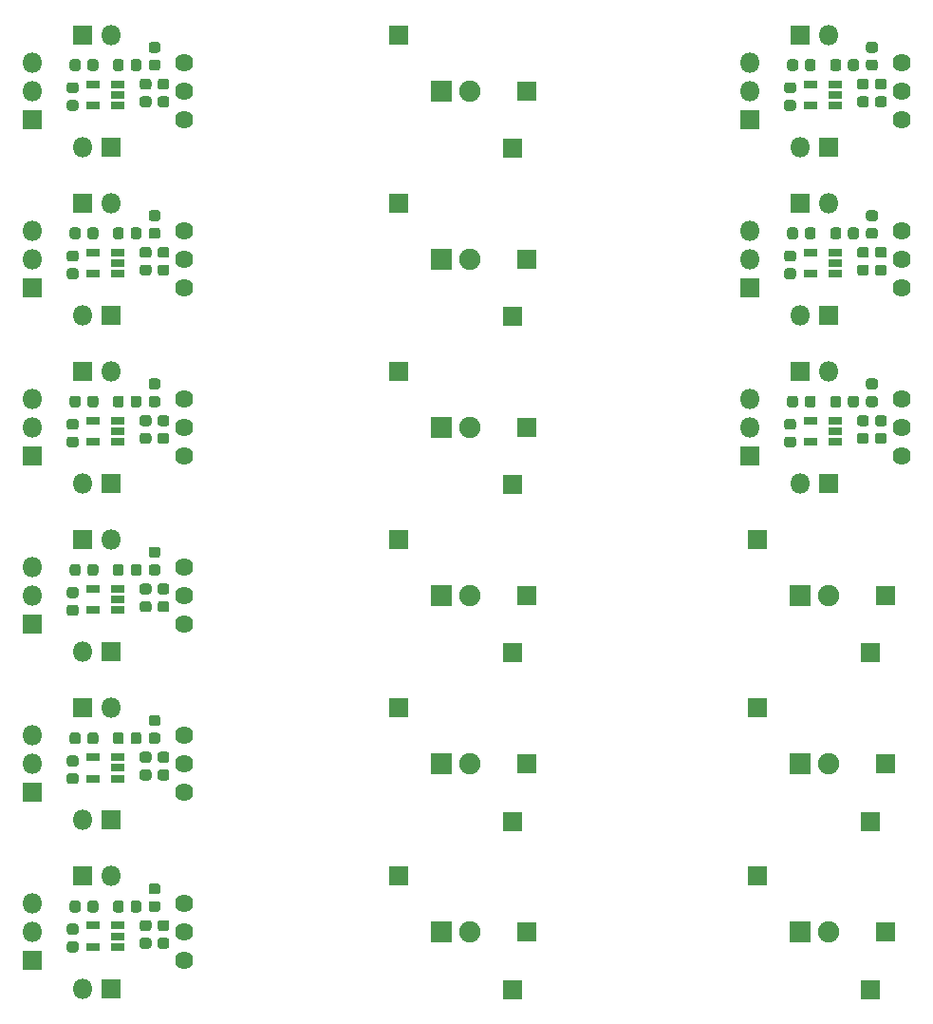
<source format=gbr>
%TF.GenerationSoftware,KiCad,Pcbnew,5.1.6-c6e7f7d~86~ubuntu18.04.1*%
%TF.CreationDate,2020-06-23T16:20:56-03:00*%
%TF.ProjectId,irStrip,69725374-7269-4702-9e6b-696361645f70,Rev. 1*%
%TF.SameCoordinates,Original*%
%TF.FileFunction,Soldermask,Bot*%
%TF.FilePolarity,Negative*%
%FSLAX46Y46*%
G04 Gerber Fmt 4.6, Leading zero omitted, Abs format (unit mm)*
G04 Created by KiCad (PCBNEW 5.1.6-c6e7f7d~86~ubuntu18.04.1) date 2020-06-23 16:20:56*
%MOMM*%
%LPD*%
G01*
G04 APERTURE LIST*
%ADD10R,1.900000X1.900000*%
%ADD11C,1.900000*%
%ADD12R,1.800000X1.800000*%
%ADD13O,1.800000X1.800000*%
%ADD14R,1.160000X0.750000*%
%ADD15C,1.624000*%
G04 APERTURE END LIST*
D10*
%TO.C,D1*%
X177327300Y-139400000D03*
D11*
X179867300Y-139400000D03*
%TD*%
D12*
%TO.C,J2*%
X173567300Y-134400000D03*
%TD*%
%TO.C,J5*%
X184967300Y-139400000D03*
%TD*%
%TO.C,J3*%
X183667300Y-144500000D03*
%TD*%
D10*
%TO.C,D1*%
X177327300Y-124400000D03*
D11*
X179867300Y-124400000D03*
%TD*%
D12*
%TO.C,J2*%
X173567300Y-119400000D03*
%TD*%
%TO.C,J5*%
X184967300Y-124400000D03*
%TD*%
%TO.C,J3*%
X183667300Y-129500000D03*
%TD*%
D10*
%TO.C,D1*%
X177327300Y-109400000D03*
D11*
X179867300Y-109400000D03*
%TD*%
D12*
%TO.C,J2*%
X173567300Y-104400000D03*
%TD*%
%TO.C,J5*%
X184967300Y-109400000D03*
%TD*%
%TO.C,J3*%
X183667300Y-114500000D03*
%TD*%
%TO.C,J4*%
X177327300Y-89400000D03*
D13*
X179867300Y-89400000D03*
%TD*%
%TO.C,C2*%
G36*
G01*
X184848550Y-94287500D02*
X184286050Y-94287500D01*
G75*
G02*
X184042300Y-94043750I0J243750D01*
G01*
X184042300Y-93556250D01*
G75*
G02*
X184286050Y-93312500I243750J0D01*
G01*
X184848550Y-93312500D01*
G75*
G02*
X185092300Y-93556250I0J-243750D01*
G01*
X185092300Y-94043750D01*
G75*
G02*
X184848550Y-94287500I-243750J0D01*
G01*
G37*
G36*
G01*
X184848550Y-95862500D02*
X184286050Y-95862500D01*
G75*
G02*
X184042300Y-95618750I0J243750D01*
G01*
X184042300Y-95131250D01*
G75*
G02*
X184286050Y-94887500I243750J0D01*
G01*
X184848550Y-94887500D01*
G75*
G02*
X185092300Y-95131250I0J-243750D01*
G01*
X185092300Y-95618750D01*
G75*
G02*
X184848550Y-95862500I-243750J0D01*
G01*
G37*
%TD*%
%TO.C,R1*%
G36*
G01*
X183486050Y-90037500D02*
X184048550Y-90037500D01*
G75*
G02*
X184292300Y-90281250I0J-243750D01*
G01*
X184292300Y-90768750D01*
G75*
G02*
X184048550Y-91012500I-243750J0D01*
G01*
X183486050Y-91012500D01*
G75*
G02*
X183242300Y-90768750I0J243750D01*
G01*
X183242300Y-90281250D01*
G75*
G02*
X183486050Y-90037500I243750J0D01*
G01*
G37*
G36*
G01*
X183486050Y-91612500D02*
X184048550Y-91612500D01*
G75*
G02*
X184292300Y-91856250I0J-243750D01*
G01*
X184292300Y-92343750D01*
G75*
G02*
X184048550Y-92587500I-243750J0D01*
G01*
X183486050Y-92587500D01*
G75*
G02*
X183242300Y-92343750I0J243750D01*
G01*
X183242300Y-91856250D01*
G75*
G02*
X183486050Y-91612500I243750J0D01*
G01*
G37*
%TD*%
%TO.C,J1*%
X177327300Y-99400000D03*
D12*
X179867300Y-99400000D03*
%TD*%
%TO.C,R3*%
G36*
G01*
X177179800Y-91818750D02*
X177179800Y-92381250D01*
G75*
G02*
X176936050Y-92625000I-243750J0D01*
G01*
X176448550Y-92625000D01*
G75*
G02*
X176204800Y-92381250I0J243750D01*
G01*
X176204800Y-91818750D01*
G75*
G02*
X176448550Y-91575000I243750J0D01*
G01*
X176936050Y-91575000D01*
G75*
G02*
X177179800Y-91818750I0J-243750D01*
G01*
G37*
G36*
G01*
X178754800Y-91818750D02*
X178754800Y-92381250D01*
G75*
G02*
X178511050Y-92625000I-243750J0D01*
G01*
X178023550Y-92625000D01*
G75*
G02*
X177779800Y-92381250I0J243750D01*
G01*
X177779800Y-91818750D01*
G75*
G02*
X178023550Y-91575000I243750J0D01*
G01*
X178511050Y-91575000D01*
G75*
G02*
X178754800Y-91818750I0J-243750D01*
G01*
G37*
%TD*%
%TO.C,J6*%
X172867300Y-96940000D03*
D13*
X172867300Y-94400000D03*
X172867300Y-91860000D03*
%TD*%
%TO.C,R4*%
G36*
G01*
X176748550Y-96187500D02*
X176186050Y-96187500D01*
G75*
G02*
X175942300Y-95943750I0J243750D01*
G01*
X175942300Y-95456250D01*
G75*
G02*
X176186050Y-95212500I243750J0D01*
G01*
X176748550Y-95212500D01*
G75*
G02*
X176992300Y-95456250I0J-243750D01*
G01*
X176992300Y-95943750D01*
G75*
G02*
X176748550Y-96187500I-243750J0D01*
G01*
G37*
G36*
G01*
X176748550Y-94612500D02*
X176186050Y-94612500D01*
G75*
G02*
X175942300Y-94368750I0J243750D01*
G01*
X175942300Y-93881250D01*
G75*
G02*
X176186050Y-93637500I243750J0D01*
G01*
X176748550Y-93637500D01*
G75*
G02*
X176992300Y-93881250I0J-243750D01*
G01*
X176992300Y-94368750D01*
G75*
G02*
X176748550Y-94612500I-243750J0D01*
G01*
G37*
%TD*%
D14*
%TO.C,U2*%
X180467300Y-93800000D03*
X180467300Y-94750000D03*
X180467300Y-95700000D03*
X178267300Y-95700000D03*
X178267300Y-93800000D03*
%TD*%
%TO.C,C1*%
G36*
G01*
X180054800Y-92381250D02*
X180054800Y-91818750D01*
G75*
G02*
X180298550Y-91575000I243750J0D01*
G01*
X180786050Y-91575000D01*
G75*
G02*
X181029800Y-91818750I0J-243750D01*
G01*
X181029800Y-92381250D01*
G75*
G02*
X180786050Y-92625000I-243750J0D01*
G01*
X180298550Y-92625000D01*
G75*
G02*
X180054800Y-92381250I0J243750D01*
G01*
G37*
G36*
G01*
X181629800Y-92381250D02*
X181629800Y-91818750D01*
G75*
G02*
X181873550Y-91575000I243750J0D01*
G01*
X182361050Y-91575000D01*
G75*
G02*
X182604800Y-91818750I0J-243750D01*
G01*
X182604800Y-92381250D01*
G75*
G02*
X182361050Y-92625000I-243750J0D01*
G01*
X181873550Y-92625000D01*
G75*
G02*
X181629800Y-92381250I0J243750D01*
G01*
G37*
%TD*%
D15*
%TO.C,U1*%
X186400000Y-94400000D03*
X186400000Y-91860000D03*
X186400000Y-96940000D03*
%TD*%
%TO.C,C3*%
G36*
G01*
X183248550Y-95862500D02*
X182686050Y-95862500D01*
G75*
G02*
X182442300Y-95618750I0J243750D01*
G01*
X182442300Y-95131250D01*
G75*
G02*
X182686050Y-94887500I243750J0D01*
G01*
X183248550Y-94887500D01*
G75*
G02*
X183492300Y-95131250I0J-243750D01*
G01*
X183492300Y-95618750D01*
G75*
G02*
X183248550Y-95862500I-243750J0D01*
G01*
G37*
G36*
G01*
X183248550Y-94287500D02*
X182686050Y-94287500D01*
G75*
G02*
X182442300Y-94043750I0J243750D01*
G01*
X182442300Y-93556250D01*
G75*
G02*
X182686050Y-93312500I243750J0D01*
G01*
X183248550Y-93312500D01*
G75*
G02*
X183492300Y-93556250I0J-243750D01*
G01*
X183492300Y-94043750D01*
G75*
G02*
X183248550Y-94287500I-243750J0D01*
G01*
G37*
%TD*%
D12*
%TO.C,J4*%
X177327300Y-74400000D03*
D13*
X179867300Y-74400000D03*
%TD*%
%TO.C,C2*%
G36*
G01*
X184848550Y-79287500D02*
X184286050Y-79287500D01*
G75*
G02*
X184042300Y-79043750I0J243750D01*
G01*
X184042300Y-78556250D01*
G75*
G02*
X184286050Y-78312500I243750J0D01*
G01*
X184848550Y-78312500D01*
G75*
G02*
X185092300Y-78556250I0J-243750D01*
G01*
X185092300Y-79043750D01*
G75*
G02*
X184848550Y-79287500I-243750J0D01*
G01*
G37*
G36*
G01*
X184848550Y-80862500D02*
X184286050Y-80862500D01*
G75*
G02*
X184042300Y-80618750I0J243750D01*
G01*
X184042300Y-80131250D01*
G75*
G02*
X184286050Y-79887500I243750J0D01*
G01*
X184848550Y-79887500D01*
G75*
G02*
X185092300Y-80131250I0J-243750D01*
G01*
X185092300Y-80618750D01*
G75*
G02*
X184848550Y-80862500I-243750J0D01*
G01*
G37*
%TD*%
%TO.C,R1*%
G36*
G01*
X183486050Y-75037500D02*
X184048550Y-75037500D01*
G75*
G02*
X184292300Y-75281250I0J-243750D01*
G01*
X184292300Y-75768750D01*
G75*
G02*
X184048550Y-76012500I-243750J0D01*
G01*
X183486050Y-76012500D01*
G75*
G02*
X183242300Y-75768750I0J243750D01*
G01*
X183242300Y-75281250D01*
G75*
G02*
X183486050Y-75037500I243750J0D01*
G01*
G37*
G36*
G01*
X183486050Y-76612500D02*
X184048550Y-76612500D01*
G75*
G02*
X184292300Y-76856250I0J-243750D01*
G01*
X184292300Y-77343750D01*
G75*
G02*
X184048550Y-77587500I-243750J0D01*
G01*
X183486050Y-77587500D01*
G75*
G02*
X183242300Y-77343750I0J243750D01*
G01*
X183242300Y-76856250D01*
G75*
G02*
X183486050Y-76612500I243750J0D01*
G01*
G37*
%TD*%
%TO.C,J1*%
X177327300Y-84400000D03*
D12*
X179867300Y-84400000D03*
%TD*%
%TO.C,R3*%
G36*
G01*
X177179800Y-76818750D02*
X177179800Y-77381250D01*
G75*
G02*
X176936050Y-77625000I-243750J0D01*
G01*
X176448550Y-77625000D01*
G75*
G02*
X176204800Y-77381250I0J243750D01*
G01*
X176204800Y-76818750D01*
G75*
G02*
X176448550Y-76575000I243750J0D01*
G01*
X176936050Y-76575000D01*
G75*
G02*
X177179800Y-76818750I0J-243750D01*
G01*
G37*
G36*
G01*
X178754800Y-76818750D02*
X178754800Y-77381250D01*
G75*
G02*
X178511050Y-77625000I-243750J0D01*
G01*
X178023550Y-77625000D01*
G75*
G02*
X177779800Y-77381250I0J243750D01*
G01*
X177779800Y-76818750D01*
G75*
G02*
X178023550Y-76575000I243750J0D01*
G01*
X178511050Y-76575000D01*
G75*
G02*
X178754800Y-76818750I0J-243750D01*
G01*
G37*
%TD*%
%TO.C,J6*%
X172867300Y-81940000D03*
D13*
X172867300Y-79400000D03*
X172867300Y-76860000D03*
%TD*%
%TO.C,R4*%
G36*
G01*
X176748550Y-81187500D02*
X176186050Y-81187500D01*
G75*
G02*
X175942300Y-80943750I0J243750D01*
G01*
X175942300Y-80456250D01*
G75*
G02*
X176186050Y-80212500I243750J0D01*
G01*
X176748550Y-80212500D01*
G75*
G02*
X176992300Y-80456250I0J-243750D01*
G01*
X176992300Y-80943750D01*
G75*
G02*
X176748550Y-81187500I-243750J0D01*
G01*
G37*
G36*
G01*
X176748550Y-79612500D02*
X176186050Y-79612500D01*
G75*
G02*
X175942300Y-79368750I0J243750D01*
G01*
X175942300Y-78881250D01*
G75*
G02*
X176186050Y-78637500I243750J0D01*
G01*
X176748550Y-78637500D01*
G75*
G02*
X176992300Y-78881250I0J-243750D01*
G01*
X176992300Y-79368750D01*
G75*
G02*
X176748550Y-79612500I-243750J0D01*
G01*
G37*
%TD*%
D14*
%TO.C,U2*%
X180467300Y-78800000D03*
X180467300Y-79750000D03*
X180467300Y-80700000D03*
X178267300Y-80700000D03*
X178267300Y-78800000D03*
%TD*%
%TO.C,C1*%
G36*
G01*
X180054800Y-77381250D02*
X180054800Y-76818750D01*
G75*
G02*
X180298550Y-76575000I243750J0D01*
G01*
X180786050Y-76575000D01*
G75*
G02*
X181029800Y-76818750I0J-243750D01*
G01*
X181029800Y-77381250D01*
G75*
G02*
X180786050Y-77625000I-243750J0D01*
G01*
X180298550Y-77625000D01*
G75*
G02*
X180054800Y-77381250I0J243750D01*
G01*
G37*
G36*
G01*
X181629800Y-77381250D02*
X181629800Y-76818750D01*
G75*
G02*
X181873550Y-76575000I243750J0D01*
G01*
X182361050Y-76575000D01*
G75*
G02*
X182604800Y-76818750I0J-243750D01*
G01*
X182604800Y-77381250D01*
G75*
G02*
X182361050Y-77625000I-243750J0D01*
G01*
X181873550Y-77625000D01*
G75*
G02*
X181629800Y-77381250I0J243750D01*
G01*
G37*
%TD*%
D15*
%TO.C,U1*%
X186400000Y-79400000D03*
X186400000Y-76860000D03*
X186400000Y-81940000D03*
%TD*%
%TO.C,C3*%
G36*
G01*
X183248550Y-80862500D02*
X182686050Y-80862500D01*
G75*
G02*
X182442300Y-80618750I0J243750D01*
G01*
X182442300Y-80131250D01*
G75*
G02*
X182686050Y-79887500I243750J0D01*
G01*
X183248550Y-79887500D01*
G75*
G02*
X183492300Y-80131250I0J-243750D01*
G01*
X183492300Y-80618750D01*
G75*
G02*
X183248550Y-80862500I-243750J0D01*
G01*
G37*
G36*
G01*
X183248550Y-79287500D02*
X182686050Y-79287500D01*
G75*
G02*
X182442300Y-79043750I0J243750D01*
G01*
X182442300Y-78556250D01*
G75*
G02*
X182686050Y-78312500I243750J0D01*
G01*
X183248550Y-78312500D01*
G75*
G02*
X183492300Y-78556250I0J-243750D01*
G01*
X183492300Y-79043750D01*
G75*
G02*
X183248550Y-79287500I-243750J0D01*
G01*
G37*
%TD*%
D12*
%TO.C,J4*%
X177327300Y-59400000D03*
D13*
X179867300Y-59400000D03*
%TD*%
%TO.C,C2*%
G36*
G01*
X184848550Y-64287500D02*
X184286050Y-64287500D01*
G75*
G02*
X184042300Y-64043750I0J243750D01*
G01*
X184042300Y-63556250D01*
G75*
G02*
X184286050Y-63312500I243750J0D01*
G01*
X184848550Y-63312500D01*
G75*
G02*
X185092300Y-63556250I0J-243750D01*
G01*
X185092300Y-64043750D01*
G75*
G02*
X184848550Y-64287500I-243750J0D01*
G01*
G37*
G36*
G01*
X184848550Y-65862500D02*
X184286050Y-65862500D01*
G75*
G02*
X184042300Y-65618750I0J243750D01*
G01*
X184042300Y-65131250D01*
G75*
G02*
X184286050Y-64887500I243750J0D01*
G01*
X184848550Y-64887500D01*
G75*
G02*
X185092300Y-65131250I0J-243750D01*
G01*
X185092300Y-65618750D01*
G75*
G02*
X184848550Y-65862500I-243750J0D01*
G01*
G37*
%TD*%
%TO.C,R1*%
G36*
G01*
X183486050Y-60037500D02*
X184048550Y-60037500D01*
G75*
G02*
X184292300Y-60281250I0J-243750D01*
G01*
X184292300Y-60768750D01*
G75*
G02*
X184048550Y-61012500I-243750J0D01*
G01*
X183486050Y-61012500D01*
G75*
G02*
X183242300Y-60768750I0J243750D01*
G01*
X183242300Y-60281250D01*
G75*
G02*
X183486050Y-60037500I243750J0D01*
G01*
G37*
G36*
G01*
X183486050Y-61612500D02*
X184048550Y-61612500D01*
G75*
G02*
X184292300Y-61856250I0J-243750D01*
G01*
X184292300Y-62343750D01*
G75*
G02*
X184048550Y-62587500I-243750J0D01*
G01*
X183486050Y-62587500D01*
G75*
G02*
X183242300Y-62343750I0J243750D01*
G01*
X183242300Y-61856250D01*
G75*
G02*
X183486050Y-61612500I243750J0D01*
G01*
G37*
%TD*%
%TO.C,J1*%
X177327300Y-69400000D03*
D12*
X179867300Y-69400000D03*
%TD*%
%TO.C,R3*%
G36*
G01*
X177179800Y-61818750D02*
X177179800Y-62381250D01*
G75*
G02*
X176936050Y-62625000I-243750J0D01*
G01*
X176448550Y-62625000D01*
G75*
G02*
X176204800Y-62381250I0J243750D01*
G01*
X176204800Y-61818750D01*
G75*
G02*
X176448550Y-61575000I243750J0D01*
G01*
X176936050Y-61575000D01*
G75*
G02*
X177179800Y-61818750I0J-243750D01*
G01*
G37*
G36*
G01*
X178754800Y-61818750D02*
X178754800Y-62381250D01*
G75*
G02*
X178511050Y-62625000I-243750J0D01*
G01*
X178023550Y-62625000D01*
G75*
G02*
X177779800Y-62381250I0J243750D01*
G01*
X177779800Y-61818750D01*
G75*
G02*
X178023550Y-61575000I243750J0D01*
G01*
X178511050Y-61575000D01*
G75*
G02*
X178754800Y-61818750I0J-243750D01*
G01*
G37*
%TD*%
%TO.C,J6*%
X172867300Y-66940000D03*
D13*
X172867300Y-64400000D03*
X172867300Y-61860000D03*
%TD*%
%TO.C,R4*%
G36*
G01*
X176748550Y-66187500D02*
X176186050Y-66187500D01*
G75*
G02*
X175942300Y-65943750I0J243750D01*
G01*
X175942300Y-65456250D01*
G75*
G02*
X176186050Y-65212500I243750J0D01*
G01*
X176748550Y-65212500D01*
G75*
G02*
X176992300Y-65456250I0J-243750D01*
G01*
X176992300Y-65943750D01*
G75*
G02*
X176748550Y-66187500I-243750J0D01*
G01*
G37*
G36*
G01*
X176748550Y-64612500D02*
X176186050Y-64612500D01*
G75*
G02*
X175942300Y-64368750I0J243750D01*
G01*
X175942300Y-63881250D01*
G75*
G02*
X176186050Y-63637500I243750J0D01*
G01*
X176748550Y-63637500D01*
G75*
G02*
X176992300Y-63881250I0J-243750D01*
G01*
X176992300Y-64368750D01*
G75*
G02*
X176748550Y-64612500I-243750J0D01*
G01*
G37*
%TD*%
D14*
%TO.C,U2*%
X180467300Y-63800000D03*
X180467300Y-64750000D03*
X180467300Y-65700000D03*
X178267300Y-65700000D03*
X178267300Y-63800000D03*
%TD*%
%TO.C,C1*%
G36*
G01*
X180054800Y-62381250D02*
X180054800Y-61818750D01*
G75*
G02*
X180298550Y-61575000I243750J0D01*
G01*
X180786050Y-61575000D01*
G75*
G02*
X181029800Y-61818750I0J-243750D01*
G01*
X181029800Y-62381250D01*
G75*
G02*
X180786050Y-62625000I-243750J0D01*
G01*
X180298550Y-62625000D01*
G75*
G02*
X180054800Y-62381250I0J243750D01*
G01*
G37*
G36*
G01*
X181629800Y-62381250D02*
X181629800Y-61818750D01*
G75*
G02*
X181873550Y-61575000I243750J0D01*
G01*
X182361050Y-61575000D01*
G75*
G02*
X182604800Y-61818750I0J-243750D01*
G01*
X182604800Y-62381250D01*
G75*
G02*
X182361050Y-62625000I-243750J0D01*
G01*
X181873550Y-62625000D01*
G75*
G02*
X181629800Y-62381250I0J243750D01*
G01*
G37*
%TD*%
D15*
%TO.C,U1*%
X186400000Y-64400000D03*
X186400000Y-61860000D03*
X186400000Y-66940000D03*
%TD*%
%TO.C,C3*%
G36*
G01*
X183248550Y-65862500D02*
X182686050Y-65862500D01*
G75*
G02*
X182442300Y-65618750I0J243750D01*
G01*
X182442300Y-65131250D01*
G75*
G02*
X182686050Y-64887500I243750J0D01*
G01*
X183248550Y-64887500D01*
G75*
G02*
X183492300Y-65131250I0J-243750D01*
G01*
X183492300Y-65618750D01*
G75*
G02*
X183248550Y-65862500I-243750J0D01*
G01*
G37*
G36*
G01*
X183248550Y-64287500D02*
X182686050Y-64287500D01*
G75*
G02*
X182442300Y-64043750I0J243750D01*
G01*
X182442300Y-63556250D01*
G75*
G02*
X182686050Y-63312500I243750J0D01*
G01*
X183248550Y-63312500D01*
G75*
G02*
X183492300Y-63556250I0J-243750D01*
G01*
X183492300Y-64043750D01*
G75*
G02*
X183248550Y-64287500I-243750J0D01*
G01*
G37*
%TD*%
%TO.C,R3*%
G36*
G01*
X114757500Y-136818750D02*
X114757500Y-137381250D01*
G75*
G02*
X114513750Y-137625000I-243750J0D01*
G01*
X114026250Y-137625000D01*
G75*
G02*
X113782500Y-137381250I0J243750D01*
G01*
X113782500Y-136818750D01*
G75*
G02*
X114026250Y-136575000I243750J0D01*
G01*
X114513750Y-136575000D01*
G75*
G02*
X114757500Y-136818750I0J-243750D01*
G01*
G37*
G36*
G01*
X113182500Y-136818750D02*
X113182500Y-137381250D01*
G75*
G02*
X112938750Y-137625000I-243750J0D01*
G01*
X112451250Y-137625000D01*
G75*
G02*
X112207500Y-137381250I0J243750D01*
G01*
X112207500Y-136818750D01*
G75*
G02*
X112451250Y-136575000I243750J0D01*
G01*
X112938750Y-136575000D01*
G75*
G02*
X113182500Y-136818750I0J-243750D01*
G01*
G37*
%TD*%
D11*
%TO.C,D1*%
X147870000Y-139400000D03*
D10*
X145330000Y-139400000D03*
%TD*%
%TO.C,R1*%
G36*
G01*
X119488750Y-136612500D02*
X120051250Y-136612500D01*
G75*
G02*
X120295000Y-136856250I0J-243750D01*
G01*
X120295000Y-137343750D01*
G75*
G02*
X120051250Y-137587500I-243750J0D01*
G01*
X119488750Y-137587500D01*
G75*
G02*
X119245000Y-137343750I0J243750D01*
G01*
X119245000Y-136856250D01*
G75*
G02*
X119488750Y-136612500I243750J0D01*
G01*
G37*
G36*
G01*
X119488750Y-135037500D02*
X120051250Y-135037500D01*
G75*
G02*
X120295000Y-135281250I0J-243750D01*
G01*
X120295000Y-135768750D01*
G75*
G02*
X120051250Y-136012500I-243750J0D01*
G01*
X119488750Y-136012500D01*
G75*
G02*
X119245000Y-135768750I0J243750D01*
G01*
X119245000Y-135281250D01*
G75*
G02*
X119488750Y-135037500I243750J0D01*
G01*
G37*
%TD*%
D15*
%TO.C,U1*%
X122402700Y-141940000D03*
X122402700Y-136860000D03*
X122402700Y-139400000D03*
%TD*%
D12*
%TO.C,J2*%
X141570000Y-134400000D03*
%TD*%
D14*
%TO.C,U2*%
X114270000Y-138800000D03*
X114270000Y-140700000D03*
X116470000Y-140700000D03*
X116470000Y-139750000D03*
X116470000Y-138800000D03*
%TD*%
D12*
%TO.C,J5*%
X152970000Y-139400000D03*
%TD*%
%TO.C,J3*%
X151670000Y-144500000D03*
%TD*%
D13*
%TO.C,J6*%
X108870000Y-136860000D03*
X108870000Y-139400000D03*
D12*
X108870000Y-141940000D03*
%TD*%
%TO.C,C1*%
G36*
G01*
X117632500Y-137381250D02*
X117632500Y-136818750D01*
G75*
G02*
X117876250Y-136575000I243750J0D01*
G01*
X118363750Y-136575000D01*
G75*
G02*
X118607500Y-136818750I0J-243750D01*
G01*
X118607500Y-137381250D01*
G75*
G02*
X118363750Y-137625000I-243750J0D01*
G01*
X117876250Y-137625000D01*
G75*
G02*
X117632500Y-137381250I0J243750D01*
G01*
G37*
G36*
G01*
X116057500Y-137381250D02*
X116057500Y-136818750D01*
G75*
G02*
X116301250Y-136575000I243750J0D01*
G01*
X116788750Y-136575000D01*
G75*
G02*
X117032500Y-136818750I0J-243750D01*
G01*
X117032500Y-137381250D01*
G75*
G02*
X116788750Y-137625000I-243750J0D01*
G01*
X116301250Y-137625000D01*
G75*
G02*
X116057500Y-137381250I0J243750D01*
G01*
G37*
%TD*%
%TO.C,C3*%
G36*
G01*
X119251250Y-139287500D02*
X118688750Y-139287500D01*
G75*
G02*
X118445000Y-139043750I0J243750D01*
G01*
X118445000Y-138556250D01*
G75*
G02*
X118688750Y-138312500I243750J0D01*
G01*
X119251250Y-138312500D01*
G75*
G02*
X119495000Y-138556250I0J-243750D01*
G01*
X119495000Y-139043750D01*
G75*
G02*
X119251250Y-139287500I-243750J0D01*
G01*
G37*
G36*
G01*
X119251250Y-140862500D02*
X118688750Y-140862500D01*
G75*
G02*
X118445000Y-140618750I0J243750D01*
G01*
X118445000Y-140131250D01*
G75*
G02*
X118688750Y-139887500I243750J0D01*
G01*
X119251250Y-139887500D01*
G75*
G02*
X119495000Y-140131250I0J-243750D01*
G01*
X119495000Y-140618750D01*
G75*
G02*
X119251250Y-140862500I-243750J0D01*
G01*
G37*
%TD*%
%TO.C,J1*%
X115870000Y-144400000D03*
D13*
X113330000Y-144400000D03*
%TD*%
%TO.C,R4*%
G36*
G01*
X112751250Y-139612500D02*
X112188750Y-139612500D01*
G75*
G02*
X111945000Y-139368750I0J243750D01*
G01*
X111945000Y-138881250D01*
G75*
G02*
X112188750Y-138637500I243750J0D01*
G01*
X112751250Y-138637500D01*
G75*
G02*
X112995000Y-138881250I0J-243750D01*
G01*
X112995000Y-139368750D01*
G75*
G02*
X112751250Y-139612500I-243750J0D01*
G01*
G37*
G36*
G01*
X112751250Y-141187500D02*
X112188750Y-141187500D01*
G75*
G02*
X111945000Y-140943750I0J243750D01*
G01*
X111945000Y-140456250D01*
G75*
G02*
X112188750Y-140212500I243750J0D01*
G01*
X112751250Y-140212500D01*
G75*
G02*
X112995000Y-140456250I0J-243750D01*
G01*
X112995000Y-140943750D01*
G75*
G02*
X112751250Y-141187500I-243750J0D01*
G01*
G37*
%TD*%
%TO.C,C2*%
G36*
G01*
X120851250Y-140862500D02*
X120288750Y-140862500D01*
G75*
G02*
X120045000Y-140618750I0J243750D01*
G01*
X120045000Y-140131250D01*
G75*
G02*
X120288750Y-139887500I243750J0D01*
G01*
X120851250Y-139887500D01*
G75*
G02*
X121095000Y-140131250I0J-243750D01*
G01*
X121095000Y-140618750D01*
G75*
G02*
X120851250Y-140862500I-243750J0D01*
G01*
G37*
G36*
G01*
X120851250Y-139287500D02*
X120288750Y-139287500D01*
G75*
G02*
X120045000Y-139043750I0J243750D01*
G01*
X120045000Y-138556250D01*
G75*
G02*
X120288750Y-138312500I243750J0D01*
G01*
X120851250Y-138312500D01*
G75*
G02*
X121095000Y-138556250I0J-243750D01*
G01*
X121095000Y-139043750D01*
G75*
G02*
X120851250Y-139287500I-243750J0D01*
G01*
G37*
%TD*%
%TO.C,J4*%
X115870000Y-134400000D03*
D12*
X113330000Y-134400000D03*
%TD*%
%TO.C,R3*%
G36*
G01*
X114757500Y-121818750D02*
X114757500Y-122381250D01*
G75*
G02*
X114513750Y-122625000I-243750J0D01*
G01*
X114026250Y-122625000D01*
G75*
G02*
X113782500Y-122381250I0J243750D01*
G01*
X113782500Y-121818750D01*
G75*
G02*
X114026250Y-121575000I243750J0D01*
G01*
X114513750Y-121575000D01*
G75*
G02*
X114757500Y-121818750I0J-243750D01*
G01*
G37*
G36*
G01*
X113182500Y-121818750D02*
X113182500Y-122381250D01*
G75*
G02*
X112938750Y-122625000I-243750J0D01*
G01*
X112451250Y-122625000D01*
G75*
G02*
X112207500Y-122381250I0J243750D01*
G01*
X112207500Y-121818750D01*
G75*
G02*
X112451250Y-121575000I243750J0D01*
G01*
X112938750Y-121575000D01*
G75*
G02*
X113182500Y-121818750I0J-243750D01*
G01*
G37*
%TD*%
D11*
%TO.C,D1*%
X147870000Y-124400000D03*
D10*
X145330000Y-124400000D03*
%TD*%
%TO.C,R1*%
G36*
G01*
X119488750Y-121612500D02*
X120051250Y-121612500D01*
G75*
G02*
X120295000Y-121856250I0J-243750D01*
G01*
X120295000Y-122343750D01*
G75*
G02*
X120051250Y-122587500I-243750J0D01*
G01*
X119488750Y-122587500D01*
G75*
G02*
X119245000Y-122343750I0J243750D01*
G01*
X119245000Y-121856250D01*
G75*
G02*
X119488750Y-121612500I243750J0D01*
G01*
G37*
G36*
G01*
X119488750Y-120037500D02*
X120051250Y-120037500D01*
G75*
G02*
X120295000Y-120281250I0J-243750D01*
G01*
X120295000Y-120768750D01*
G75*
G02*
X120051250Y-121012500I-243750J0D01*
G01*
X119488750Y-121012500D01*
G75*
G02*
X119245000Y-120768750I0J243750D01*
G01*
X119245000Y-120281250D01*
G75*
G02*
X119488750Y-120037500I243750J0D01*
G01*
G37*
%TD*%
D15*
%TO.C,U1*%
X122402700Y-126940000D03*
X122402700Y-121860000D03*
X122402700Y-124400000D03*
%TD*%
D12*
%TO.C,J2*%
X141570000Y-119400000D03*
%TD*%
D14*
%TO.C,U2*%
X114270000Y-123800000D03*
X114270000Y-125700000D03*
X116470000Y-125700000D03*
X116470000Y-124750000D03*
X116470000Y-123800000D03*
%TD*%
D12*
%TO.C,J5*%
X152970000Y-124400000D03*
%TD*%
%TO.C,J3*%
X151670000Y-129500000D03*
%TD*%
D13*
%TO.C,J6*%
X108870000Y-121860000D03*
X108870000Y-124400000D03*
D12*
X108870000Y-126940000D03*
%TD*%
%TO.C,C1*%
G36*
G01*
X117632500Y-122381250D02*
X117632500Y-121818750D01*
G75*
G02*
X117876250Y-121575000I243750J0D01*
G01*
X118363750Y-121575000D01*
G75*
G02*
X118607500Y-121818750I0J-243750D01*
G01*
X118607500Y-122381250D01*
G75*
G02*
X118363750Y-122625000I-243750J0D01*
G01*
X117876250Y-122625000D01*
G75*
G02*
X117632500Y-122381250I0J243750D01*
G01*
G37*
G36*
G01*
X116057500Y-122381250D02*
X116057500Y-121818750D01*
G75*
G02*
X116301250Y-121575000I243750J0D01*
G01*
X116788750Y-121575000D01*
G75*
G02*
X117032500Y-121818750I0J-243750D01*
G01*
X117032500Y-122381250D01*
G75*
G02*
X116788750Y-122625000I-243750J0D01*
G01*
X116301250Y-122625000D01*
G75*
G02*
X116057500Y-122381250I0J243750D01*
G01*
G37*
%TD*%
%TO.C,C3*%
G36*
G01*
X119251250Y-124287500D02*
X118688750Y-124287500D01*
G75*
G02*
X118445000Y-124043750I0J243750D01*
G01*
X118445000Y-123556250D01*
G75*
G02*
X118688750Y-123312500I243750J0D01*
G01*
X119251250Y-123312500D01*
G75*
G02*
X119495000Y-123556250I0J-243750D01*
G01*
X119495000Y-124043750D01*
G75*
G02*
X119251250Y-124287500I-243750J0D01*
G01*
G37*
G36*
G01*
X119251250Y-125862500D02*
X118688750Y-125862500D01*
G75*
G02*
X118445000Y-125618750I0J243750D01*
G01*
X118445000Y-125131250D01*
G75*
G02*
X118688750Y-124887500I243750J0D01*
G01*
X119251250Y-124887500D01*
G75*
G02*
X119495000Y-125131250I0J-243750D01*
G01*
X119495000Y-125618750D01*
G75*
G02*
X119251250Y-125862500I-243750J0D01*
G01*
G37*
%TD*%
%TO.C,J1*%
X115870000Y-129400000D03*
D13*
X113330000Y-129400000D03*
%TD*%
%TO.C,R4*%
G36*
G01*
X112751250Y-124612500D02*
X112188750Y-124612500D01*
G75*
G02*
X111945000Y-124368750I0J243750D01*
G01*
X111945000Y-123881250D01*
G75*
G02*
X112188750Y-123637500I243750J0D01*
G01*
X112751250Y-123637500D01*
G75*
G02*
X112995000Y-123881250I0J-243750D01*
G01*
X112995000Y-124368750D01*
G75*
G02*
X112751250Y-124612500I-243750J0D01*
G01*
G37*
G36*
G01*
X112751250Y-126187500D02*
X112188750Y-126187500D01*
G75*
G02*
X111945000Y-125943750I0J243750D01*
G01*
X111945000Y-125456250D01*
G75*
G02*
X112188750Y-125212500I243750J0D01*
G01*
X112751250Y-125212500D01*
G75*
G02*
X112995000Y-125456250I0J-243750D01*
G01*
X112995000Y-125943750D01*
G75*
G02*
X112751250Y-126187500I-243750J0D01*
G01*
G37*
%TD*%
%TO.C,C2*%
G36*
G01*
X120851250Y-125862500D02*
X120288750Y-125862500D01*
G75*
G02*
X120045000Y-125618750I0J243750D01*
G01*
X120045000Y-125131250D01*
G75*
G02*
X120288750Y-124887500I243750J0D01*
G01*
X120851250Y-124887500D01*
G75*
G02*
X121095000Y-125131250I0J-243750D01*
G01*
X121095000Y-125618750D01*
G75*
G02*
X120851250Y-125862500I-243750J0D01*
G01*
G37*
G36*
G01*
X120851250Y-124287500D02*
X120288750Y-124287500D01*
G75*
G02*
X120045000Y-124043750I0J243750D01*
G01*
X120045000Y-123556250D01*
G75*
G02*
X120288750Y-123312500I243750J0D01*
G01*
X120851250Y-123312500D01*
G75*
G02*
X121095000Y-123556250I0J-243750D01*
G01*
X121095000Y-124043750D01*
G75*
G02*
X120851250Y-124287500I-243750J0D01*
G01*
G37*
%TD*%
%TO.C,J4*%
X115870000Y-119400000D03*
D12*
X113330000Y-119400000D03*
%TD*%
%TO.C,R3*%
G36*
G01*
X114757500Y-106818750D02*
X114757500Y-107381250D01*
G75*
G02*
X114513750Y-107625000I-243750J0D01*
G01*
X114026250Y-107625000D01*
G75*
G02*
X113782500Y-107381250I0J243750D01*
G01*
X113782500Y-106818750D01*
G75*
G02*
X114026250Y-106575000I243750J0D01*
G01*
X114513750Y-106575000D01*
G75*
G02*
X114757500Y-106818750I0J-243750D01*
G01*
G37*
G36*
G01*
X113182500Y-106818750D02*
X113182500Y-107381250D01*
G75*
G02*
X112938750Y-107625000I-243750J0D01*
G01*
X112451250Y-107625000D01*
G75*
G02*
X112207500Y-107381250I0J243750D01*
G01*
X112207500Y-106818750D01*
G75*
G02*
X112451250Y-106575000I243750J0D01*
G01*
X112938750Y-106575000D01*
G75*
G02*
X113182500Y-106818750I0J-243750D01*
G01*
G37*
%TD*%
D11*
%TO.C,D1*%
X147870000Y-109400000D03*
D10*
X145330000Y-109400000D03*
%TD*%
%TO.C,R1*%
G36*
G01*
X119488750Y-106612500D02*
X120051250Y-106612500D01*
G75*
G02*
X120295000Y-106856250I0J-243750D01*
G01*
X120295000Y-107343750D01*
G75*
G02*
X120051250Y-107587500I-243750J0D01*
G01*
X119488750Y-107587500D01*
G75*
G02*
X119245000Y-107343750I0J243750D01*
G01*
X119245000Y-106856250D01*
G75*
G02*
X119488750Y-106612500I243750J0D01*
G01*
G37*
G36*
G01*
X119488750Y-105037500D02*
X120051250Y-105037500D01*
G75*
G02*
X120295000Y-105281250I0J-243750D01*
G01*
X120295000Y-105768750D01*
G75*
G02*
X120051250Y-106012500I-243750J0D01*
G01*
X119488750Y-106012500D01*
G75*
G02*
X119245000Y-105768750I0J243750D01*
G01*
X119245000Y-105281250D01*
G75*
G02*
X119488750Y-105037500I243750J0D01*
G01*
G37*
%TD*%
D15*
%TO.C,U1*%
X122402700Y-111940000D03*
X122402700Y-106860000D03*
X122402700Y-109400000D03*
%TD*%
D12*
%TO.C,J2*%
X141570000Y-104400000D03*
%TD*%
D14*
%TO.C,U2*%
X114270000Y-108800000D03*
X114270000Y-110700000D03*
X116470000Y-110700000D03*
X116470000Y-109750000D03*
X116470000Y-108800000D03*
%TD*%
D12*
%TO.C,J5*%
X152970000Y-109400000D03*
%TD*%
%TO.C,J3*%
X151670000Y-114500000D03*
%TD*%
D13*
%TO.C,J6*%
X108870000Y-106860000D03*
X108870000Y-109400000D03*
D12*
X108870000Y-111940000D03*
%TD*%
%TO.C,C1*%
G36*
G01*
X117632500Y-107381250D02*
X117632500Y-106818750D01*
G75*
G02*
X117876250Y-106575000I243750J0D01*
G01*
X118363750Y-106575000D01*
G75*
G02*
X118607500Y-106818750I0J-243750D01*
G01*
X118607500Y-107381250D01*
G75*
G02*
X118363750Y-107625000I-243750J0D01*
G01*
X117876250Y-107625000D01*
G75*
G02*
X117632500Y-107381250I0J243750D01*
G01*
G37*
G36*
G01*
X116057500Y-107381250D02*
X116057500Y-106818750D01*
G75*
G02*
X116301250Y-106575000I243750J0D01*
G01*
X116788750Y-106575000D01*
G75*
G02*
X117032500Y-106818750I0J-243750D01*
G01*
X117032500Y-107381250D01*
G75*
G02*
X116788750Y-107625000I-243750J0D01*
G01*
X116301250Y-107625000D01*
G75*
G02*
X116057500Y-107381250I0J243750D01*
G01*
G37*
%TD*%
%TO.C,C3*%
G36*
G01*
X119251250Y-109287500D02*
X118688750Y-109287500D01*
G75*
G02*
X118445000Y-109043750I0J243750D01*
G01*
X118445000Y-108556250D01*
G75*
G02*
X118688750Y-108312500I243750J0D01*
G01*
X119251250Y-108312500D01*
G75*
G02*
X119495000Y-108556250I0J-243750D01*
G01*
X119495000Y-109043750D01*
G75*
G02*
X119251250Y-109287500I-243750J0D01*
G01*
G37*
G36*
G01*
X119251250Y-110862500D02*
X118688750Y-110862500D01*
G75*
G02*
X118445000Y-110618750I0J243750D01*
G01*
X118445000Y-110131250D01*
G75*
G02*
X118688750Y-109887500I243750J0D01*
G01*
X119251250Y-109887500D01*
G75*
G02*
X119495000Y-110131250I0J-243750D01*
G01*
X119495000Y-110618750D01*
G75*
G02*
X119251250Y-110862500I-243750J0D01*
G01*
G37*
%TD*%
%TO.C,J1*%
X115870000Y-114400000D03*
D13*
X113330000Y-114400000D03*
%TD*%
%TO.C,R4*%
G36*
G01*
X112751250Y-109612500D02*
X112188750Y-109612500D01*
G75*
G02*
X111945000Y-109368750I0J243750D01*
G01*
X111945000Y-108881250D01*
G75*
G02*
X112188750Y-108637500I243750J0D01*
G01*
X112751250Y-108637500D01*
G75*
G02*
X112995000Y-108881250I0J-243750D01*
G01*
X112995000Y-109368750D01*
G75*
G02*
X112751250Y-109612500I-243750J0D01*
G01*
G37*
G36*
G01*
X112751250Y-111187500D02*
X112188750Y-111187500D01*
G75*
G02*
X111945000Y-110943750I0J243750D01*
G01*
X111945000Y-110456250D01*
G75*
G02*
X112188750Y-110212500I243750J0D01*
G01*
X112751250Y-110212500D01*
G75*
G02*
X112995000Y-110456250I0J-243750D01*
G01*
X112995000Y-110943750D01*
G75*
G02*
X112751250Y-111187500I-243750J0D01*
G01*
G37*
%TD*%
%TO.C,C2*%
G36*
G01*
X120851250Y-110862500D02*
X120288750Y-110862500D01*
G75*
G02*
X120045000Y-110618750I0J243750D01*
G01*
X120045000Y-110131250D01*
G75*
G02*
X120288750Y-109887500I243750J0D01*
G01*
X120851250Y-109887500D01*
G75*
G02*
X121095000Y-110131250I0J-243750D01*
G01*
X121095000Y-110618750D01*
G75*
G02*
X120851250Y-110862500I-243750J0D01*
G01*
G37*
G36*
G01*
X120851250Y-109287500D02*
X120288750Y-109287500D01*
G75*
G02*
X120045000Y-109043750I0J243750D01*
G01*
X120045000Y-108556250D01*
G75*
G02*
X120288750Y-108312500I243750J0D01*
G01*
X120851250Y-108312500D01*
G75*
G02*
X121095000Y-108556250I0J-243750D01*
G01*
X121095000Y-109043750D01*
G75*
G02*
X120851250Y-109287500I-243750J0D01*
G01*
G37*
%TD*%
%TO.C,J4*%
X115870000Y-104400000D03*
D12*
X113330000Y-104400000D03*
%TD*%
%TO.C,R3*%
G36*
G01*
X114757500Y-91818750D02*
X114757500Y-92381250D01*
G75*
G02*
X114513750Y-92625000I-243750J0D01*
G01*
X114026250Y-92625000D01*
G75*
G02*
X113782500Y-92381250I0J243750D01*
G01*
X113782500Y-91818750D01*
G75*
G02*
X114026250Y-91575000I243750J0D01*
G01*
X114513750Y-91575000D01*
G75*
G02*
X114757500Y-91818750I0J-243750D01*
G01*
G37*
G36*
G01*
X113182500Y-91818750D02*
X113182500Y-92381250D01*
G75*
G02*
X112938750Y-92625000I-243750J0D01*
G01*
X112451250Y-92625000D01*
G75*
G02*
X112207500Y-92381250I0J243750D01*
G01*
X112207500Y-91818750D01*
G75*
G02*
X112451250Y-91575000I243750J0D01*
G01*
X112938750Y-91575000D01*
G75*
G02*
X113182500Y-91818750I0J-243750D01*
G01*
G37*
%TD*%
D11*
%TO.C,D1*%
X147870000Y-94400000D03*
D10*
X145330000Y-94400000D03*
%TD*%
%TO.C,R1*%
G36*
G01*
X119488750Y-91612500D02*
X120051250Y-91612500D01*
G75*
G02*
X120295000Y-91856250I0J-243750D01*
G01*
X120295000Y-92343750D01*
G75*
G02*
X120051250Y-92587500I-243750J0D01*
G01*
X119488750Y-92587500D01*
G75*
G02*
X119245000Y-92343750I0J243750D01*
G01*
X119245000Y-91856250D01*
G75*
G02*
X119488750Y-91612500I243750J0D01*
G01*
G37*
G36*
G01*
X119488750Y-90037500D02*
X120051250Y-90037500D01*
G75*
G02*
X120295000Y-90281250I0J-243750D01*
G01*
X120295000Y-90768750D01*
G75*
G02*
X120051250Y-91012500I-243750J0D01*
G01*
X119488750Y-91012500D01*
G75*
G02*
X119245000Y-90768750I0J243750D01*
G01*
X119245000Y-90281250D01*
G75*
G02*
X119488750Y-90037500I243750J0D01*
G01*
G37*
%TD*%
D15*
%TO.C,U1*%
X122402700Y-96940000D03*
X122402700Y-91860000D03*
X122402700Y-94400000D03*
%TD*%
D12*
%TO.C,J2*%
X141570000Y-89400000D03*
%TD*%
D14*
%TO.C,U2*%
X114270000Y-93800000D03*
X114270000Y-95700000D03*
X116470000Y-95700000D03*
X116470000Y-94750000D03*
X116470000Y-93800000D03*
%TD*%
D12*
%TO.C,J5*%
X152970000Y-94400000D03*
%TD*%
%TO.C,J3*%
X151670000Y-99500000D03*
%TD*%
D13*
%TO.C,J6*%
X108870000Y-91860000D03*
X108870000Y-94400000D03*
D12*
X108870000Y-96940000D03*
%TD*%
%TO.C,C1*%
G36*
G01*
X117632500Y-92381250D02*
X117632500Y-91818750D01*
G75*
G02*
X117876250Y-91575000I243750J0D01*
G01*
X118363750Y-91575000D01*
G75*
G02*
X118607500Y-91818750I0J-243750D01*
G01*
X118607500Y-92381250D01*
G75*
G02*
X118363750Y-92625000I-243750J0D01*
G01*
X117876250Y-92625000D01*
G75*
G02*
X117632500Y-92381250I0J243750D01*
G01*
G37*
G36*
G01*
X116057500Y-92381250D02*
X116057500Y-91818750D01*
G75*
G02*
X116301250Y-91575000I243750J0D01*
G01*
X116788750Y-91575000D01*
G75*
G02*
X117032500Y-91818750I0J-243750D01*
G01*
X117032500Y-92381250D01*
G75*
G02*
X116788750Y-92625000I-243750J0D01*
G01*
X116301250Y-92625000D01*
G75*
G02*
X116057500Y-92381250I0J243750D01*
G01*
G37*
%TD*%
%TO.C,C3*%
G36*
G01*
X119251250Y-94287500D02*
X118688750Y-94287500D01*
G75*
G02*
X118445000Y-94043750I0J243750D01*
G01*
X118445000Y-93556250D01*
G75*
G02*
X118688750Y-93312500I243750J0D01*
G01*
X119251250Y-93312500D01*
G75*
G02*
X119495000Y-93556250I0J-243750D01*
G01*
X119495000Y-94043750D01*
G75*
G02*
X119251250Y-94287500I-243750J0D01*
G01*
G37*
G36*
G01*
X119251250Y-95862500D02*
X118688750Y-95862500D01*
G75*
G02*
X118445000Y-95618750I0J243750D01*
G01*
X118445000Y-95131250D01*
G75*
G02*
X118688750Y-94887500I243750J0D01*
G01*
X119251250Y-94887500D01*
G75*
G02*
X119495000Y-95131250I0J-243750D01*
G01*
X119495000Y-95618750D01*
G75*
G02*
X119251250Y-95862500I-243750J0D01*
G01*
G37*
%TD*%
%TO.C,J1*%
X115870000Y-99400000D03*
D13*
X113330000Y-99400000D03*
%TD*%
%TO.C,R4*%
G36*
G01*
X112751250Y-94612500D02*
X112188750Y-94612500D01*
G75*
G02*
X111945000Y-94368750I0J243750D01*
G01*
X111945000Y-93881250D01*
G75*
G02*
X112188750Y-93637500I243750J0D01*
G01*
X112751250Y-93637500D01*
G75*
G02*
X112995000Y-93881250I0J-243750D01*
G01*
X112995000Y-94368750D01*
G75*
G02*
X112751250Y-94612500I-243750J0D01*
G01*
G37*
G36*
G01*
X112751250Y-96187500D02*
X112188750Y-96187500D01*
G75*
G02*
X111945000Y-95943750I0J243750D01*
G01*
X111945000Y-95456250D01*
G75*
G02*
X112188750Y-95212500I243750J0D01*
G01*
X112751250Y-95212500D01*
G75*
G02*
X112995000Y-95456250I0J-243750D01*
G01*
X112995000Y-95943750D01*
G75*
G02*
X112751250Y-96187500I-243750J0D01*
G01*
G37*
%TD*%
%TO.C,C2*%
G36*
G01*
X120851250Y-95862500D02*
X120288750Y-95862500D01*
G75*
G02*
X120045000Y-95618750I0J243750D01*
G01*
X120045000Y-95131250D01*
G75*
G02*
X120288750Y-94887500I243750J0D01*
G01*
X120851250Y-94887500D01*
G75*
G02*
X121095000Y-95131250I0J-243750D01*
G01*
X121095000Y-95618750D01*
G75*
G02*
X120851250Y-95862500I-243750J0D01*
G01*
G37*
G36*
G01*
X120851250Y-94287500D02*
X120288750Y-94287500D01*
G75*
G02*
X120045000Y-94043750I0J243750D01*
G01*
X120045000Y-93556250D01*
G75*
G02*
X120288750Y-93312500I243750J0D01*
G01*
X120851250Y-93312500D01*
G75*
G02*
X121095000Y-93556250I0J-243750D01*
G01*
X121095000Y-94043750D01*
G75*
G02*
X120851250Y-94287500I-243750J0D01*
G01*
G37*
%TD*%
%TO.C,J4*%
X115870000Y-89400000D03*
D12*
X113330000Y-89400000D03*
%TD*%
%TO.C,R3*%
G36*
G01*
X114757500Y-76818750D02*
X114757500Y-77381250D01*
G75*
G02*
X114513750Y-77625000I-243750J0D01*
G01*
X114026250Y-77625000D01*
G75*
G02*
X113782500Y-77381250I0J243750D01*
G01*
X113782500Y-76818750D01*
G75*
G02*
X114026250Y-76575000I243750J0D01*
G01*
X114513750Y-76575000D01*
G75*
G02*
X114757500Y-76818750I0J-243750D01*
G01*
G37*
G36*
G01*
X113182500Y-76818750D02*
X113182500Y-77381250D01*
G75*
G02*
X112938750Y-77625000I-243750J0D01*
G01*
X112451250Y-77625000D01*
G75*
G02*
X112207500Y-77381250I0J243750D01*
G01*
X112207500Y-76818750D01*
G75*
G02*
X112451250Y-76575000I243750J0D01*
G01*
X112938750Y-76575000D01*
G75*
G02*
X113182500Y-76818750I0J-243750D01*
G01*
G37*
%TD*%
D11*
%TO.C,D1*%
X147870000Y-79400000D03*
D10*
X145330000Y-79400000D03*
%TD*%
%TO.C,R1*%
G36*
G01*
X119488750Y-76612500D02*
X120051250Y-76612500D01*
G75*
G02*
X120295000Y-76856250I0J-243750D01*
G01*
X120295000Y-77343750D01*
G75*
G02*
X120051250Y-77587500I-243750J0D01*
G01*
X119488750Y-77587500D01*
G75*
G02*
X119245000Y-77343750I0J243750D01*
G01*
X119245000Y-76856250D01*
G75*
G02*
X119488750Y-76612500I243750J0D01*
G01*
G37*
G36*
G01*
X119488750Y-75037500D02*
X120051250Y-75037500D01*
G75*
G02*
X120295000Y-75281250I0J-243750D01*
G01*
X120295000Y-75768750D01*
G75*
G02*
X120051250Y-76012500I-243750J0D01*
G01*
X119488750Y-76012500D01*
G75*
G02*
X119245000Y-75768750I0J243750D01*
G01*
X119245000Y-75281250D01*
G75*
G02*
X119488750Y-75037500I243750J0D01*
G01*
G37*
%TD*%
D15*
%TO.C,U1*%
X122402700Y-81940000D03*
X122402700Y-76860000D03*
X122402700Y-79400000D03*
%TD*%
D12*
%TO.C,J2*%
X141570000Y-74400000D03*
%TD*%
D14*
%TO.C,U2*%
X114270000Y-78800000D03*
X114270000Y-80700000D03*
X116470000Y-80700000D03*
X116470000Y-79750000D03*
X116470000Y-78800000D03*
%TD*%
D12*
%TO.C,J5*%
X152970000Y-79400000D03*
%TD*%
%TO.C,J3*%
X151670000Y-84500000D03*
%TD*%
D13*
%TO.C,J6*%
X108870000Y-76860000D03*
X108870000Y-79400000D03*
D12*
X108870000Y-81940000D03*
%TD*%
%TO.C,C1*%
G36*
G01*
X117632500Y-77381250D02*
X117632500Y-76818750D01*
G75*
G02*
X117876250Y-76575000I243750J0D01*
G01*
X118363750Y-76575000D01*
G75*
G02*
X118607500Y-76818750I0J-243750D01*
G01*
X118607500Y-77381250D01*
G75*
G02*
X118363750Y-77625000I-243750J0D01*
G01*
X117876250Y-77625000D01*
G75*
G02*
X117632500Y-77381250I0J243750D01*
G01*
G37*
G36*
G01*
X116057500Y-77381250D02*
X116057500Y-76818750D01*
G75*
G02*
X116301250Y-76575000I243750J0D01*
G01*
X116788750Y-76575000D01*
G75*
G02*
X117032500Y-76818750I0J-243750D01*
G01*
X117032500Y-77381250D01*
G75*
G02*
X116788750Y-77625000I-243750J0D01*
G01*
X116301250Y-77625000D01*
G75*
G02*
X116057500Y-77381250I0J243750D01*
G01*
G37*
%TD*%
%TO.C,C3*%
G36*
G01*
X119251250Y-79287500D02*
X118688750Y-79287500D01*
G75*
G02*
X118445000Y-79043750I0J243750D01*
G01*
X118445000Y-78556250D01*
G75*
G02*
X118688750Y-78312500I243750J0D01*
G01*
X119251250Y-78312500D01*
G75*
G02*
X119495000Y-78556250I0J-243750D01*
G01*
X119495000Y-79043750D01*
G75*
G02*
X119251250Y-79287500I-243750J0D01*
G01*
G37*
G36*
G01*
X119251250Y-80862500D02*
X118688750Y-80862500D01*
G75*
G02*
X118445000Y-80618750I0J243750D01*
G01*
X118445000Y-80131250D01*
G75*
G02*
X118688750Y-79887500I243750J0D01*
G01*
X119251250Y-79887500D01*
G75*
G02*
X119495000Y-80131250I0J-243750D01*
G01*
X119495000Y-80618750D01*
G75*
G02*
X119251250Y-80862500I-243750J0D01*
G01*
G37*
%TD*%
%TO.C,J1*%
X115870000Y-84400000D03*
D13*
X113330000Y-84400000D03*
%TD*%
%TO.C,R4*%
G36*
G01*
X112751250Y-79612500D02*
X112188750Y-79612500D01*
G75*
G02*
X111945000Y-79368750I0J243750D01*
G01*
X111945000Y-78881250D01*
G75*
G02*
X112188750Y-78637500I243750J0D01*
G01*
X112751250Y-78637500D01*
G75*
G02*
X112995000Y-78881250I0J-243750D01*
G01*
X112995000Y-79368750D01*
G75*
G02*
X112751250Y-79612500I-243750J0D01*
G01*
G37*
G36*
G01*
X112751250Y-81187500D02*
X112188750Y-81187500D01*
G75*
G02*
X111945000Y-80943750I0J243750D01*
G01*
X111945000Y-80456250D01*
G75*
G02*
X112188750Y-80212500I243750J0D01*
G01*
X112751250Y-80212500D01*
G75*
G02*
X112995000Y-80456250I0J-243750D01*
G01*
X112995000Y-80943750D01*
G75*
G02*
X112751250Y-81187500I-243750J0D01*
G01*
G37*
%TD*%
%TO.C,C2*%
G36*
G01*
X120851250Y-80862500D02*
X120288750Y-80862500D01*
G75*
G02*
X120045000Y-80618750I0J243750D01*
G01*
X120045000Y-80131250D01*
G75*
G02*
X120288750Y-79887500I243750J0D01*
G01*
X120851250Y-79887500D01*
G75*
G02*
X121095000Y-80131250I0J-243750D01*
G01*
X121095000Y-80618750D01*
G75*
G02*
X120851250Y-80862500I-243750J0D01*
G01*
G37*
G36*
G01*
X120851250Y-79287500D02*
X120288750Y-79287500D01*
G75*
G02*
X120045000Y-79043750I0J243750D01*
G01*
X120045000Y-78556250D01*
G75*
G02*
X120288750Y-78312500I243750J0D01*
G01*
X120851250Y-78312500D01*
G75*
G02*
X121095000Y-78556250I0J-243750D01*
G01*
X121095000Y-79043750D01*
G75*
G02*
X120851250Y-79287500I-243750J0D01*
G01*
G37*
%TD*%
%TO.C,J4*%
X115870000Y-74400000D03*
D12*
X113330000Y-74400000D03*
%TD*%
%TO.C,J2*%
X141570000Y-59400000D03*
%TD*%
%TO.C,J3*%
X151670000Y-69500000D03*
%TD*%
%TO.C,J5*%
X152970000Y-64400000D03*
%TD*%
D10*
%TO.C,D1*%
X145330000Y-64400000D03*
D11*
X147870000Y-64400000D03*
%TD*%
D12*
%TO.C,J4*%
X113330000Y-59400000D03*
D13*
X115870000Y-59400000D03*
%TD*%
%TO.C,R1*%
G36*
G01*
X119488750Y-60037500D02*
X120051250Y-60037500D01*
G75*
G02*
X120295000Y-60281250I0J-243750D01*
G01*
X120295000Y-60768750D01*
G75*
G02*
X120051250Y-61012500I-243750J0D01*
G01*
X119488750Y-61012500D01*
G75*
G02*
X119245000Y-60768750I0J243750D01*
G01*
X119245000Y-60281250D01*
G75*
G02*
X119488750Y-60037500I243750J0D01*
G01*
G37*
G36*
G01*
X119488750Y-61612500D02*
X120051250Y-61612500D01*
G75*
G02*
X120295000Y-61856250I0J-243750D01*
G01*
X120295000Y-62343750D01*
G75*
G02*
X120051250Y-62587500I-243750J0D01*
G01*
X119488750Y-62587500D01*
G75*
G02*
X119245000Y-62343750I0J243750D01*
G01*
X119245000Y-61856250D01*
G75*
G02*
X119488750Y-61612500I243750J0D01*
G01*
G37*
%TD*%
D15*
%TO.C,U1*%
X122402700Y-64400000D03*
X122402700Y-61860000D03*
X122402700Y-66940000D03*
%TD*%
%TO.C,C1*%
G36*
G01*
X116057500Y-62381250D02*
X116057500Y-61818750D01*
G75*
G02*
X116301250Y-61575000I243750J0D01*
G01*
X116788750Y-61575000D01*
G75*
G02*
X117032500Y-61818750I0J-243750D01*
G01*
X117032500Y-62381250D01*
G75*
G02*
X116788750Y-62625000I-243750J0D01*
G01*
X116301250Y-62625000D01*
G75*
G02*
X116057500Y-62381250I0J243750D01*
G01*
G37*
G36*
G01*
X117632500Y-62381250D02*
X117632500Y-61818750D01*
G75*
G02*
X117876250Y-61575000I243750J0D01*
G01*
X118363750Y-61575000D01*
G75*
G02*
X118607500Y-61818750I0J-243750D01*
G01*
X118607500Y-62381250D01*
G75*
G02*
X118363750Y-62625000I-243750J0D01*
G01*
X117876250Y-62625000D01*
G75*
G02*
X117632500Y-62381250I0J243750D01*
G01*
G37*
%TD*%
D14*
%TO.C,U2*%
X116470000Y-63800000D03*
X116470000Y-64750000D03*
X116470000Y-65700000D03*
X114270000Y-65700000D03*
X114270000Y-63800000D03*
%TD*%
%TO.C,C3*%
G36*
G01*
X119251250Y-65862500D02*
X118688750Y-65862500D01*
G75*
G02*
X118445000Y-65618750I0J243750D01*
G01*
X118445000Y-65131250D01*
G75*
G02*
X118688750Y-64887500I243750J0D01*
G01*
X119251250Y-64887500D01*
G75*
G02*
X119495000Y-65131250I0J-243750D01*
G01*
X119495000Y-65618750D01*
G75*
G02*
X119251250Y-65862500I-243750J0D01*
G01*
G37*
G36*
G01*
X119251250Y-64287500D02*
X118688750Y-64287500D01*
G75*
G02*
X118445000Y-64043750I0J243750D01*
G01*
X118445000Y-63556250D01*
G75*
G02*
X118688750Y-63312500I243750J0D01*
G01*
X119251250Y-63312500D01*
G75*
G02*
X119495000Y-63556250I0J-243750D01*
G01*
X119495000Y-64043750D01*
G75*
G02*
X119251250Y-64287500I-243750J0D01*
G01*
G37*
%TD*%
%TO.C,R4*%
G36*
G01*
X112751250Y-66187500D02*
X112188750Y-66187500D01*
G75*
G02*
X111945000Y-65943750I0J243750D01*
G01*
X111945000Y-65456250D01*
G75*
G02*
X112188750Y-65212500I243750J0D01*
G01*
X112751250Y-65212500D01*
G75*
G02*
X112995000Y-65456250I0J-243750D01*
G01*
X112995000Y-65943750D01*
G75*
G02*
X112751250Y-66187500I-243750J0D01*
G01*
G37*
G36*
G01*
X112751250Y-64612500D02*
X112188750Y-64612500D01*
G75*
G02*
X111945000Y-64368750I0J243750D01*
G01*
X111945000Y-63881250D01*
G75*
G02*
X112188750Y-63637500I243750J0D01*
G01*
X112751250Y-63637500D01*
G75*
G02*
X112995000Y-63881250I0J-243750D01*
G01*
X112995000Y-64368750D01*
G75*
G02*
X112751250Y-64612500I-243750J0D01*
G01*
G37*
%TD*%
%TO.C,R3*%
G36*
G01*
X113182500Y-61818750D02*
X113182500Y-62381250D01*
G75*
G02*
X112938750Y-62625000I-243750J0D01*
G01*
X112451250Y-62625000D01*
G75*
G02*
X112207500Y-62381250I0J243750D01*
G01*
X112207500Y-61818750D01*
G75*
G02*
X112451250Y-61575000I243750J0D01*
G01*
X112938750Y-61575000D01*
G75*
G02*
X113182500Y-61818750I0J-243750D01*
G01*
G37*
G36*
G01*
X114757500Y-61818750D02*
X114757500Y-62381250D01*
G75*
G02*
X114513750Y-62625000I-243750J0D01*
G01*
X114026250Y-62625000D01*
G75*
G02*
X113782500Y-62381250I0J243750D01*
G01*
X113782500Y-61818750D01*
G75*
G02*
X114026250Y-61575000I243750J0D01*
G01*
X114513750Y-61575000D01*
G75*
G02*
X114757500Y-61818750I0J-243750D01*
G01*
G37*
%TD*%
%TO.C,C2*%
G36*
G01*
X120851250Y-64287500D02*
X120288750Y-64287500D01*
G75*
G02*
X120045000Y-64043750I0J243750D01*
G01*
X120045000Y-63556250D01*
G75*
G02*
X120288750Y-63312500I243750J0D01*
G01*
X120851250Y-63312500D01*
G75*
G02*
X121095000Y-63556250I0J-243750D01*
G01*
X121095000Y-64043750D01*
G75*
G02*
X120851250Y-64287500I-243750J0D01*
G01*
G37*
G36*
G01*
X120851250Y-65862500D02*
X120288750Y-65862500D01*
G75*
G02*
X120045000Y-65618750I0J243750D01*
G01*
X120045000Y-65131250D01*
G75*
G02*
X120288750Y-64887500I243750J0D01*
G01*
X120851250Y-64887500D01*
G75*
G02*
X121095000Y-65131250I0J-243750D01*
G01*
X121095000Y-65618750D01*
G75*
G02*
X120851250Y-65862500I-243750J0D01*
G01*
G37*
%TD*%
D12*
%TO.C,J6*%
X108870000Y-66940000D03*
D13*
X108870000Y-64400000D03*
X108870000Y-61860000D03*
%TD*%
%TO.C,J1*%
X113330000Y-69400000D03*
D12*
X115870000Y-69400000D03*
%TD*%
M02*

</source>
